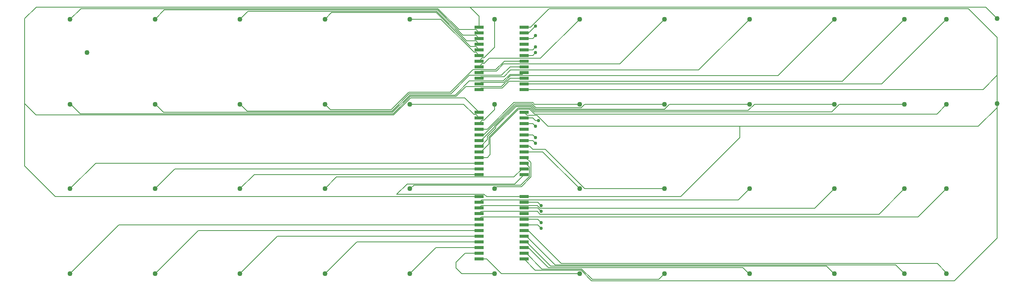
<source format=gbr>
G04 EAGLE Gerber RS-274X export*
G75*
%MOMM*%
%FSLAX34Y34*%
%LPD*%
%INBottom Copper*%
%IPPOS*%
%AMOC8*
5,1,8,0,0,1.08239X$1,22.5*%
G01*
G04 Define Apertures*
%ADD10R,2.032000X0.660400*%
%ADD11C,1.108000*%
%ADD12C,0.152400*%
%ADD13C,0.756400*%
D10*
X1193292Y692150D03*
X1193292Y679450D03*
X1193292Y666750D03*
X1193292Y654050D03*
X1193292Y641350D03*
X1193292Y628650D03*
X1193292Y615950D03*
X1193292Y603250D03*
X1092708Y603250D03*
X1092708Y615950D03*
X1092708Y628650D03*
X1092708Y641350D03*
X1092708Y654050D03*
X1092708Y666750D03*
X1092708Y679450D03*
X1092708Y692150D03*
X1092708Y590550D03*
X1092708Y577850D03*
X1092708Y565150D03*
X1092708Y552450D03*
X1193292Y590550D03*
X1193292Y577850D03*
X1193292Y565150D03*
X1193292Y552450D03*
X1193292Y501650D03*
X1193292Y488950D03*
X1193292Y476250D03*
X1193292Y463550D03*
X1193292Y450850D03*
X1193292Y438150D03*
X1193292Y425450D03*
X1193292Y412750D03*
X1092708Y412750D03*
X1092708Y425450D03*
X1092708Y438150D03*
X1092708Y450850D03*
X1092708Y463550D03*
X1092708Y476250D03*
X1092708Y488950D03*
X1092708Y501650D03*
X1092708Y400050D03*
X1092708Y387350D03*
X1092708Y374650D03*
X1092708Y361950D03*
X1193292Y400050D03*
X1193292Y387350D03*
X1193292Y374650D03*
X1193292Y361950D03*
X1193292Y312420D03*
X1193292Y299720D03*
X1193292Y287020D03*
X1193292Y274320D03*
X1193292Y261620D03*
X1193292Y248920D03*
X1193292Y236220D03*
X1193292Y223520D03*
X1092708Y223520D03*
X1092708Y236220D03*
X1092708Y248920D03*
X1092708Y261620D03*
X1092708Y274320D03*
X1092708Y287020D03*
X1092708Y299720D03*
X1092708Y312420D03*
X1092708Y210820D03*
X1092708Y198120D03*
X1092708Y185420D03*
X1092708Y172720D03*
X1193292Y210820D03*
X1193292Y198120D03*
X1193292Y185420D03*
X1193292Y172720D03*
D11*
X747776Y519430D03*
X557784Y519430D03*
X367792Y519430D03*
X177800Y519430D03*
X2138680Y709930D03*
X2044700Y709930D03*
X1887728Y709930D03*
X1697736Y709930D03*
X1507744Y709930D03*
X1317752Y709930D03*
X1127760Y709930D03*
X937768Y709930D03*
X747776Y709930D03*
X557784Y709930D03*
X367792Y709930D03*
X177800Y709930D03*
X2251964Y711200D03*
X2251964Y520700D03*
X1507744Y330200D03*
X1317752Y330200D03*
X1127760Y330200D03*
X937768Y330200D03*
X747776Y330200D03*
X557784Y330200D03*
X367792Y330200D03*
X177800Y330200D03*
X2138680Y519430D03*
X2044700Y519430D03*
X1887728Y519430D03*
X1697736Y519430D03*
X1507744Y519430D03*
X1317752Y519430D03*
X1127760Y519430D03*
X937768Y519430D03*
X2138680Y139700D03*
X2044700Y139700D03*
X1887728Y139700D03*
X1697736Y139700D03*
X1507744Y139700D03*
X1317752Y139700D03*
X1127760Y139700D03*
X937768Y139700D03*
X747776Y139700D03*
X557784Y139700D03*
X367792Y139700D03*
X177800Y139700D03*
X2138680Y330200D03*
X2044700Y330200D03*
X1887728Y330200D03*
X1697736Y330200D03*
X215900Y635000D03*
D12*
X2251964Y669036D02*
X2251964Y584200D01*
X2251964Y520700D01*
X2251964Y669036D02*
X2187448Y733552D01*
X1544320Y312420D02*
X1193292Y312420D01*
X1200404Y494538D02*
X1193292Y501650D01*
X2209800Y469900D02*
X2251964Y512064D01*
X2251964Y520700D01*
X2220214Y552450D02*
X1193292Y552450D01*
X2220214Y552450D02*
X2251964Y584200D01*
X1218486Y147526D02*
X1193292Y172720D01*
X2251964Y219964D02*
X2251964Y520700D01*
X1207853Y692150D02*
X1193292Y692150D01*
X1207853Y692150D02*
X1249255Y733552D01*
X2187448Y733552D01*
X1103815Y318008D02*
X1081601Y318008D01*
X1109403Y312420D02*
X1193292Y312420D01*
X1109403Y312420D02*
X1103815Y318008D01*
X1081093Y317500D02*
X908316Y317500D01*
X1081093Y317500D02*
X1081601Y318008D01*
X1172416Y341074D02*
X1193292Y361950D01*
X1172416Y341074D02*
X931890Y341074D01*
X908316Y317500D01*
X2155952Y123952D02*
X2251964Y219964D01*
X2155952Y123952D02*
X1344568Y123952D01*
X1320994Y147526D01*
X1218486Y147526D01*
X1246550Y469900D02*
X1221912Y494538D01*
X1200404Y494538D01*
X1246550Y469900D02*
X1676400Y469900D01*
X2209800Y469900D01*
X1676400Y444500D02*
X1544320Y312420D01*
X1676400Y444500D02*
X1676400Y469900D01*
X1092708Y692150D02*
X1092708Y716534D01*
X1072642Y736600D01*
X2226564Y736600D01*
X2251964Y711200D01*
X1092708Y501650D02*
X1060958Y533400D01*
X76200Y520700D02*
X76200Y711200D01*
X144780Y312420D02*
X1092708Y312420D01*
X144780Y312420D02*
X76200Y381000D01*
X76200Y520700D01*
X1002316Y736600D02*
X1072642Y736600D01*
X1002316Y736600D02*
X1002058Y736858D01*
X101858Y736858D02*
X76200Y711200D01*
X101858Y736858D02*
X1002058Y736858D01*
X1060958Y533400D02*
X939800Y533400D01*
X901700Y495300D01*
X101600Y495300D01*
X76200Y520700D01*
X1130300Y596900D02*
X1149350Y615950D01*
X1193292Y615950D01*
X1130300Y596900D02*
X1079500Y596900D01*
X1028700Y546100D02*
X935258Y546100D01*
X1028700Y546100D02*
X1079500Y596900D01*
X935258Y546100D02*
X896650Y507492D01*
X759714Y507492D01*
X747776Y519430D01*
X1143000Y584200D02*
X1162050Y603250D01*
X1193292Y603250D01*
X558908Y519430D02*
X557784Y519430D01*
X1029963Y543052D02*
X1071111Y584200D01*
X1143000Y584200D01*
X1029963Y543052D02*
X936520Y543052D01*
X897912Y504444D01*
X573894Y504444D01*
X558908Y519430D01*
X1189228Y586486D02*
X1193292Y590550D01*
X1162065Y586486D02*
X1147079Y571500D01*
X1162065Y586486D02*
X1189228Y586486D01*
X1147079Y571500D02*
X1071111Y571500D01*
X368916Y519430D02*
X367792Y519430D01*
X1039615Y540004D02*
X1071111Y571500D01*
X1039615Y540004D02*
X937783Y540004D01*
X899175Y501396D01*
X386950Y501396D01*
X368916Y519430D01*
X1143000Y558800D02*
X1162050Y577850D01*
X1193292Y577850D01*
X1143000Y558800D02*
X1062721Y558800D01*
X178924Y519430D02*
X177800Y519430D01*
X1040877Y536956D02*
X1062721Y558800D01*
X1040877Y536956D02*
X939045Y536956D01*
X200006Y498348D02*
X178924Y519430D01*
X200006Y498348D02*
X900437Y498348D01*
X939045Y536956D01*
X1993900Y565150D02*
X2138680Y709930D01*
X1993900Y565150D02*
X1193292Y565150D01*
X1905508Y570738D02*
X2044700Y709930D01*
X1096010Y555752D02*
X1092708Y552450D01*
X1096010Y555752D02*
X1144263Y555752D01*
X1159249Y570738D01*
X1905508Y570738D01*
X1096010Y568452D02*
X1092708Y565150D01*
X1096010Y568452D02*
X1148341Y568452D01*
X1761236Y583438D02*
X1887728Y709930D01*
X1761236Y583438D02*
X1163327Y583438D01*
X1148341Y568452D01*
X1096010Y581152D02*
X1092708Y577850D01*
X1096010Y581152D02*
X1148341Y581152D01*
X1583944Y596138D02*
X1697736Y709930D01*
X1583944Y596138D02*
X1163327Y596138D01*
X1148341Y581152D01*
X1407414Y609600D02*
X1507744Y709930D01*
X1096010Y593852D02*
X1092708Y590550D01*
X1096010Y593852D02*
X1131563Y593852D01*
X1147311Y609600D02*
X1407414Y609600D01*
X1147311Y609600D02*
X1131563Y593852D01*
X1230122Y622300D02*
X1317752Y709930D01*
X1230122Y622300D02*
X1115753Y622300D01*
X1103815Y610362D02*
X1099820Y610362D01*
X1092708Y603250D01*
X1103815Y610362D02*
X1115753Y622300D01*
X1099820Y623062D02*
X1092708Y615950D01*
X1099820Y623062D02*
X1103815Y623062D01*
X1127760Y647007D01*
X1127760Y709930D01*
X1085596Y635762D02*
X1092708Y628650D01*
X1085596Y635762D02*
X1081601Y635762D01*
X1007433Y709930D01*
X937768Y709930D01*
X1085596Y648462D02*
X1092708Y641350D01*
X1085596Y648462D02*
X1073212Y648462D01*
X997008Y724666D01*
X762512Y724666D02*
X747776Y709930D01*
X762512Y724666D02*
X997008Y724666D01*
X1064822Y661162D02*
X1085596Y661162D01*
X1092708Y654050D01*
X1064822Y661162D02*
X998270Y727714D01*
X575568Y727714D02*
X557784Y709930D01*
X575568Y727714D02*
X998270Y727714D01*
X1056433Y673862D02*
X1085596Y673862D01*
X1092708Y666750D01*
X1056433Y673862D02*
X999533Y730762D01*
X388624Y730762D02*
X367792Y709930D01*
X388624Y730762D02*
X999533Y730762D01*
X1085596Y686562D02*
X1092708Y679450D01*
X1085596Y686562D02*
X1048043Y686562D01*
X1000795Y733810D01*
X201680Y733810D01*
X177800Y709930D01*
X1205992Y425450D02*
X1213104Y418338D01*
X1205992Y425450D02*
X1193292Y425450D01*
X1328820Y330200D02*
X1507744Y330200D01*
X1328820Y330200D02*
X1240682Y418338D01*
X1213104Y418338D01*
X1235202Y412750D02*
X1317752Y330200D01*
X1235202Y412750D02*
X1193292Y412750D01*
X1132538Y334978D02*
X1127760Y330200D01*
X1193292Y400050D02*
X1197287Y400050D01*
X1208786Y388551D01*
X1208786Y356439D01*
X1187325Y334978D01*
X1132538Y334978D01*
X938892Y330200D02*
X937768Y330200D01*
X938892Y330200D02*
X946718Y338026D01*
X1193292Y387350D02*
X1197287Y387350D01*
X1205738Y378899D01*
X1205738Y357701D01*
X1186063Y338026D02*
X946718Y338026D01*
X1186063Y338026D02*
X1205738Y357701D01*
X1193292Y374650D02*
X1189297Y374650D01*
X1171009Y356362D01*
X773938Y356362D02*
X747776Y330200D01*
X773938Y356362D02*
X1171009Y356362D01*
X412242Y374650D02*
X367792Y330200D01*
X412242Y374650D02*
X455861Y374650D01*
X488668Y374650D01*
X1092708Y374650D01*
X589534Y361950D02*
X557784Y330200D01*
X589534Y361950D02*
X1092708Y361950D01*
X234950Y387350D02*
X177800Y330200D01*
X234950Y387350D02*
X1092708Y387350D01*
X1181100Y508000D02*
X1206500Y508000D01*
X1181100Y508000D02*
X1117600Y444500D01*
X1117600Y406400D01*
X1111250Y400050D01*
X1092708Y400050D01*
X1206500Y508000D02*
X1216914Y497586D01*
X2116836Y497586D02*
X2138680Y519430D01*
X2116836Y497586D02*
X1216914Y497586D01*
X1898796Y519430D02*
X2044700Y519430D01*
X1898796Y519430D02*
X1881826Y502460D01*
X1216351Y502460D02*
X1207763Y511048D01*
X1216351Y502460D02*
X1881826Y502460D01*
X1207763Y511048D02*
X1179837Y511048D01*
X1114552Y445763D01*
X1096703Y412750D02*
X1092708Y412750D01*
X1096703Y412750D02*
X1114552Y430599D01*
X1114552Y445763D01*
X1708804Y519430D02*
X1887728Y519430D01*
X1708804Y519430D02*
X1694882Y505508D01*
X1217613Y505508D02*
X1209025Y514096D01*
X1217613Y505508D02*
X1694882Y505508D01*
X1174496Y514096D02*
X1130300Y469900D01*
X1174496Y514096D02*
X1209025Y514096D01*
X1130300Y465821D02*
X1111504Y447025D01*
X1130300Y465821D02*
X1130300Y469900D01*
X1096703Y425450D02*
X1092708Y425450D01*
X1096703Y425450D02*
X1111504Y440251D01*
X1111504Y447025D01*
X1518812Y519430D02*
X1697736Y519430D01*
X1518812Y519430D02*
X1507938Y508556D01*
X1096703Y438150D02*
X1092708Y438150D01*
X1096703Y438150D02*
X1127252Y468699D01*
X1127252Y471163D01*
X1210288Y517144D02*
X1218876Y508556D01*
X1507938Y508556D01*
X1173233Y517144D02*
X1127252Y471163D01*
X1173233Y517144D02*
X1210288Y517144D01*
X1328820Y519430D02*
X1507744Y519430D01*
X1328820Y519430D02*
X1320994Y511604D01*
X1102629Y450850D02*
X1092708Y450850D01*
X1211550Y520192D02*
X1220138Y511604D01*
X1320994Y511604D01*
X1211550Y520192D02*
X1171971Y520192D01*
X1102629Y450850D01*
X1111018Y463550D02*
X1092708Y463550D01*
X1212813Y523240D02*
X1216623Y519430D01*
X1317752Y519430D01*
X1170708Y523240D02*
X1111018Y463550D01*
X1170708Y523240D02*
X1212813Y523240D01*
X1103815Y483362D02*
X1099820Y483362D01*
X1092708Y476250D01*
X1127760Y507307D02*
X1127760Y519430D01*
X1127760Y507307D02*
X1103815Y483362D01*
X1085596Y496062D02*
X1081601Y496062D01*
X1085596Y496062D02*
X1092708Y488950D01*
X1058233Y519430D02*
X937768Y519430D01*
X1058233Y519430D02*
X1081601Y496062D01*
X1193292Y236220D02*
X1202999Y236220D01*
X2138680Y141938D02*
X2138680Y139700D01*
X1276453Y162766D02*
X1202999Y236220D01*
X2117852Y162766D02*
X2138680Y141938D01*
X2117852Y162766D02*
X1276453Y162766D01*
X1198880Y223520D02*
X1193292Y223520D01*
X1198880Y223520D02*
X1262682Y159718D01*
X2024682Y159718D01*
X2044700Y139700D01*
X1887728Y139700D02*
X1886604Y139700D01*
X1198880Y210820D02*
X1193292Y210820D01*
X1198880Y210820D02*
X1253030Y156670D01*
X1869634Y156670D01*
X1886604Y139700D01*
X1697736Y139700D02*
X1696612Y139700D01*
X1202821Y198120D02*
X1193292Y198120D01*
X1202821Y198120D02*
X1247319Y153622D01*
X1682690Y153622D01*
X1696612Y139700D01*
X1198880Y185420D02*
X1193292Y185420D01*
X1495044Y127000D02*
X1507744Y139700D01*
X1495044Y127000D02*
X1345830Y127000D01*
X1233726Y150574D02*
X1198880Y185420D01*
X1322256Y150574D02*
X1345830Y127000D01*
X1322256Y150574D02*
X1233726Y150574D01*
X1317752Y139700D02*
X1143000Y139700D01*
X1109980Y172720D01*
X1092708Y172720D01*
X1127760Y139700D02*
X1054100Y139700D01*
X1041400Y152400D01*
X1041400Y165100D01*
X1061720Y185420D01*
X1092708Y185420D01*
X996188Y198120D02*
X937768Y139700D01*
X996188Y198120D02*
X1092708Y198120D01*
X818896Y210820D02*
X747776Y139700D01*
X818896Y210820D02*
X1092708Y210820D01*
X368300Y139700D02*
X367792Y139700D01*
X464820Y236220D02*
X1092708Y236220D01*
X464820Y236220D02*
X368300Y139700D01*
X287020Y248920D02*
X177800Y139700D01*
X287020Y248920D02*
X1092708Y248920D01*
X2075180Y266700D02*
X2138680Y330200D01*
X2075180Y266700D02*
X1204907Y266700D01*
X1204399Y267208D01*
X1182185Y267208D01*
X1181677Y266700D01*
X1097788Y266700D01*
X1092708Y261620D01*
X1181677Y279400D02*
X1182185Y279908D01*
X1181677Y279400D02*
X1097788Y279400D01*
X1092708Y274320D01*
X1182185Y279908D02*
X1222811Y279908D01*
X1229387Y273332D01*
X1987832Y273332D02*
X2044700Y330200D01*
X1987832Y273332D02*
X1229387Y273332D01*
X1182185Y292608D02*
X1181677Y292100D01*
X1097788Y292100D01*
X1092708Y287020D01*
X1843656Y286128D02*
X1887728Y330200D01*
X1843656Y286128D02*
X1229483Y286128D01*
X1223003Y292608D01*
X1182185Y292608D01*
X1098296Y305308D02*
X1092708Y299720D01*
X1672844Y305308D02*
X1697736Y330200D01*
X1672844Y305308D02*
X1098296Y305308D01*
X641604Y223520D02*
X557784Y139700D01*
X641604Y223520D02*
X1092708Y223520D01*
X1193292Y628650D02*
X1212850Y628650D01*
X1219200Y635000D01*
D13*
X1219200Y635000D03*
D12*
X1212850Y438150D02*
X1193292Y438150D01*
X1212850Y438150D02*
X1219200Y431800D01*
D13*
X1219200Y431800D03*
D12*
X1224280Y248920D02*
X1193292Y248920D01*
X1224280Y248920D02*
X1231900Y241300D01*
D13*
X1231900Y241300D03*
D12*
X1212850Y488950D02*
X1193292Y488950D01*
X1212850Y488950D02*
X1219200Y482600D01*
X1224280Y299720D02*
X1193292Y299720D01*
D13*
X1231996Y292196D03*
D12*
X1231804Y292196D02*
X1224280Y299720D01*
X1231804Y292196D02*
X1231996Y292196D01*
D13*
X1219200Y694916D03*
D12*
X1203734Y679450D02*
X1193292Y679450D01*
X1203734Y679450D02*
X1219200Y694916D01*
D13*
X1225268Y482600D03*
D12*
X1219200Y482600D01*
X1212850Y641350D02*
X1193292Y641350D01*
X1212850Y641350D02*
X1219200Y647700D01*
D13*
X1219200Y647700D03*
D12*
X1212850Y450850D02*
X1193292Y450850D01*
X1212850Y450850D02*
X1219200Y444500D01*
D13*
X1219200Y444500D03*
D12*
X1224280Y261620D02*
X1193292Y261620D01*
X1224280Y261620D02*
X1231900Y254000D01*
D13*
X1231900Y254000D03*
D12*
X1212850Y666750D02*
X1193292Y666750D01*
X1212850Y666750D02*
X1219200Y673100D01*
D13*
X1219200Y673100D03*
D12*
X1212850Y476250D02*
X1193292Y476250D01*
X1212850Y476250D02*
X1219200Y469900D01*
D13*
X1219200Y469900D03*
D12*
X1224280Y287020D02*
X1193292Y287020D01*
X1224280Y287020D02*
X1231900Y279400D01*
D13*
X1231900Y279400D03*
M02*

</source>
